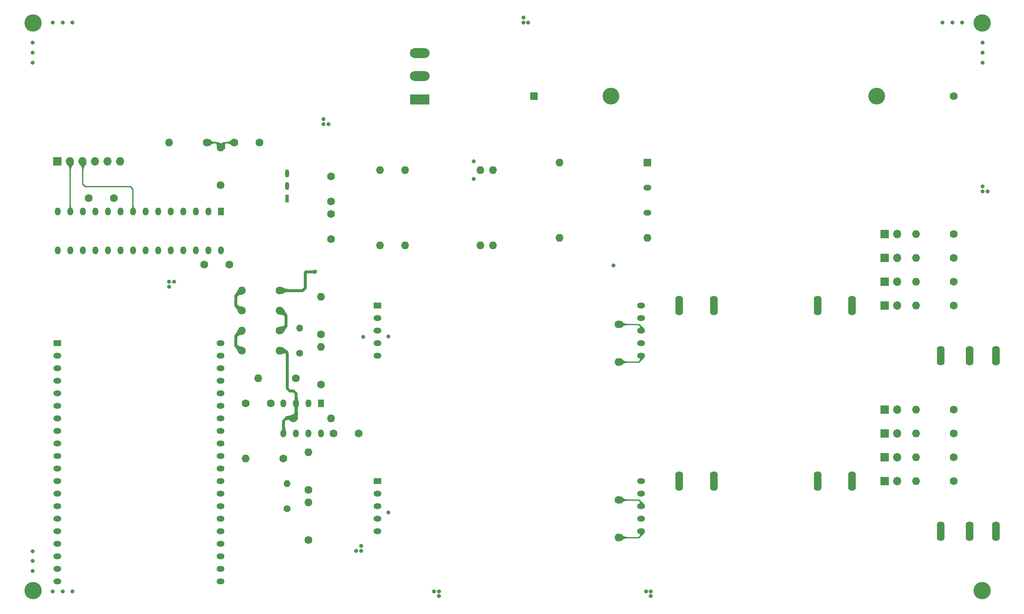
<source format=gbl>
G04 #@! TF.GenerationSoftware,KiCad,Pcbnew,(5.1.7-0-10_14)*
G04 #@! TF.CreationDate,2021-05-27T14:06:25+09:00*
G04 #@! TF.ProjectId,EiMS,45694d53-2e6b-4696-9361-645f70636258,1.0*
G04 #@! TF.SameCoordinates,Original*
G04 #@! TF.FileFunction,Copper,L4,Bot*
G04 #@! TF.FilePolarity,Positive*
%FSLAX46Y46*%
G04 Gerber Fmt 4.6, Leading zero omitted, Abs format (unit mm)*
G04 Created by KiCad (PCBNEW (5.1.7-0-10_14)) date 2021-05-27 14:06:25*
%MOMM*%
%LPD*%
G01*
G04 APERTURE LIST*
G04 #@! TA.AperFunction,ComponentPad*
%ADD10R,1.200000X1.600000*%
G04 #@! TD*
G04 #@! TA.AperFunction,ComponentPad*
%ADD11O,1.200000X1.600000*%
G04 #@! TD*
G04 #@! TA.AperFunction,ComponentPad*
%ADD12O,1.600000X1.200000*%
G04 #@! TD*
G04 #@! TA.AperFunction,ComponentPad*
%ADD13R,1.600000X1.200000*%
G04 #@! TD*
G04 #@! TA.AperFunction,ComponentPad*
%ADD14C,3.400000*%
G04 #@! TD*
G04 #@! TA.AperFunction,ComponentPad*
%ADD15C,1.600000*%
G04 #@! TD*
G04 #@! TA.AperFunction,ComponentPad*
%ADD16R,1.600000X1.600000*%
G04 #@! TD*
G04 #@! TA.AperFunction,ComponentPad*
%ADD17C,3.500000*%
G04 #@! TD*
G04 #@! TA.AperFunction,ComponentPad*
%ADD18O,1.600000X1.600000*%
G04 #@! TD*
G04 #@! TA.AperFunction,ComponentPad*
%ADD19O,1.600000X4.000000*%
G04 #@! TD*
G04 #@! TA.AperFunction,ComponentPad*
%ADD20O,1.700000X1.700000*%
G04 #@! TD*
G04 #@! TA.AperFunction,ComponentPad*
%ADD21R,1.700000X1.700000*%
G04 #@! TD*
G04 #@! TA.AperFunction,ComponentPad*
%ADD22O,0.800000X1.600000*%
G04 #@! TD*
G04 #@! TA.AperFunction,ComponentPad*
%ADD23R,0.800000X1.600000*%
G04 #@! TD*
G04 #@! TA.AperFunction,ComponentPad*
%ADD24C,1.400000*%
G04 #@! TD*
G04 #@! TA.AperFunction,ComponentPad*
%ADD25O,1.400000X1.400000*%
G04 #@! TD*
G04 #@! TA.AperFunction,ComponentPad*
%ADD26O,4.000000X2.000000*%
G04 #@! TD*
G04 #@! TA.AperFunction,ComponentPad*
%ADD27R,4.000000X2.000000*%
G04 #@! TD*
G04 #@! TA.AperFunction,ViaPad*
%ADD28C,0.800000*%
G04 #@! TD*
G04 #@! TA.AperFunction,Conductor*
%ADD29C,0.200000*%
G04 #@! TD*
G04 #@! TA.AperFunction,Conductor*
%ADD30C,0.250000*%
G04 #@! TD*
G04 #@! TA.AperFunction,Conductor*
%ADD31C,0.600000*%
G04 #@! TD*
G04 #@! TA.AperFunction,Conductor*
%ADD32C,0.025400*%
G04 #@! TD*
G04 #@! TA.AperFunction,Conductor*
%ADD33C,0.100000*%
G04 #@! TD*
G04 APERTURE END LIST*
D10*
X84986000Y-76162000D03*
D11*
X84986000Y-84036000D03*
X82446000Y-84036000D03*
X79906000Y-84036000D03*
X77366000Y-84036000D03*
X74826000Y-84036000D03*
X72286000Y-84036000D03*
X69746000Y-84036000D03*
X67206000Y-84036000D03*
X64666000Y-84036000D03*
X62126000Y-84036000D03*
X59586000Y-84036000D03*
X57046000Y-84036000D03*
X54506000Y-84036000D03*
X51966000Y-84036000D03*
X51966000Y-76162000D03*
X54506000Y-76162000D03*
X57046000Y-76162000D03*
X59586000Y-76162000D03*
X62126000Y-76162000D03*
X64666000Y-76162000D03*
X67206000Y-76162000D03*
X69746000Y-76162000D03*
X72286000Y-76162000D03*
X74826000Y-76162000D03*
X77366000Y-76162000D03*
X79906000Y-76162000D03*
X82446000Y-76162000D03*
D12*
X84976000Y-140932000D03*
X84976000Y-130772000D03*
X84976000Y-148552000D03*
X84976000Y-110452000D03*
X84976000Y-151092000D03*
X84976000Y-120612000D03*
X84976000Y-118072000D03*
X84976000Y-138392000D03*
X84976000Y-105372000D03*
X84976000Y-102832000D03*
X84976000Y-112992000D03*
X84976000Y-133312000D03*
X84976000Y-123152000D03*
X84976000Y-125692000D03*
X84976000Y-115532000D03*
X84976000Y-107912000D03*
X84976000Y-135852000D03*
X84976000Y-143472000D03*
X84976000Y-146012000D03*
X84976000Y-128232000D03*
X51956000Y-151092000D03*
X51956000Y-148552000D03*
X51956000Y-146012000D03*
X51956000Y-143472000D03*
X51956000Y-140932000D03*
X51956000Y-138392000D03*
X51956000Y-135852000D03*
X51956000Y-133312000D03*
X51956000Y-130772000D03*
X51956000Y-128232000D03*
X51956000Y-125692000D03*
X51956000Y-123152000D03*
X51956000Y-120612000D03*
X51956000Y-118072000D03*
X51956000Y-115532000D03*
X51956000Y-112992000D03*
X51956000Y-110452000D03*
X51956000Y-107912000D03*
X51956000Y-105372000D03*
D13*
X51956000Y-102832000D03*
D12*
X170066000Y-130772000D03*
X170066000Y-135852000D03*
X170066000Y-133312000D03*
X170066000Y-140932000D03*
X170066000Y-138392000D03*
X116726000Y-140932000D03*
X116726000Y-138392000D03*
X116726000Y-135852000D03*
X116726000Y-133312000D03*
D13*
X116726000Y-130772000D03*
D12*
X170066000Y-95212000D03*
X170066000Y-100292000D03*
X170066000Y-97752000D03*
X170066000Y-105372000D03*
X170066000Y-102832000D03*
X116726000Y-105372000D03*
X116726000Y-102832000D03*
X116726000Y-100292000D03*
X116726000Y-97752000D03*
D13*
X116726000Y-95212000D03*
D14*
X163962000Y-52779000D03*
X217662000Y-52779000D03*
D15*
X233312000Y-52779000D03*
D16*
X148312000Y-52779000D03*
D17*
X239000000Y-38000000D03*
X239000000Y-153000000D03*
X47000000Y-153000000D03*
X47000000Y-38000000D03*
D18*
X153556000Y-81496000D03*
X153556000Y-66256000D03*
X171336000Y-81496000D03*
D12*
X171336000Y-76416000D03*
X171336000Y-71336000D03*
D16*
X171336000Y-66256000D03*
D18*
X140032000Y-83015000D03*
X137492000Y-83015000D03*
X122252000Y-83015000D03*
X117172000Y-83015000D03*
X117172000Y-67795000D03*
X122252000Y-67795000D03*
X137492000Y-67795000D03*
X140032000Y-67795000D03*
D19*
X230614000Y-140932000D03*
X236464000Y-140932000D03*
X241814000Y-140932000D03*
D15*
X63320000Y-73434000D03*
X58240000Y-73434000D03*
X92850000Y-62192000D03*
X87770000Y-62192000D03*
X107328000Y-81750000D03*
X107328000Y-76670000D03*
X107328000Y-74130000D03*
X107328000Y-69050000D03*
X90056000Y-115024000D03*
X95136000Y-115024000D03*
X107836000Y-121120000D03*
X112916000Y-121120000D03*
X86688000Y-86896000D03*
X81608000Y-86896000D03*
D19*
X184738000Y-95212000D03*
X177738000Y-95212000D03*
X205738000Y-95212000D03*
X212738000Y-95212000D03*
X212738000Y-130772000D03*
X205738000Y-130772000D03*
X177738000Y-130772000D03*
X184738000Y-130772000D03*
D20*
X64656000Y-66002000D03*
X62116000Y-66002000D03*
X59576000Y-66002000D03*
X57036000Y-66002000D03*
X54496000Y-66002000D03*
D21*
X51956000Y-66002000D03*
D19*
X241814000Y-105372000D03*
X236464000Y-105372000D03*
X230614000Y-105372000D03*
D20*
X221882000Y-80734000D03*
D21*
X219342000Y-80734000D03*
D20*
X221882000Y-85560000D03*
D21*
X219342000Y-85560000D03*
X219342000Y-90386000D03*
D20*
X221882000Y-90386000D03*
X221882000Y-95212000D03*
D21*
X219342000Y-95212000D03*
X219342000Y-116294000D03*
D20*
X221882000Y-116294000D03*
D21*
X219342000Y-121120000D03*
D20*
X221882000Y-121120000D03*
D21*
X219342000Y-125946000D03*
D20*
X221882000Y-125946000D03*
X221882000Y-130772000D03*
D21*
X219342000Y-130772000D03*
D22*
X98438000Y-68450000D03*
X98438000Y-70990000D03*
D23*
X98438000Y-73530000D03*
D18*
X74562000Y-62192000D03*
D15*
X82182000Y-62192000D03*
D18*
X84976000Y-63208000D03*
D15*
X84976000Y-70828000D03*
D18*
X89294000Y-92164000D03*
D15*
X96914000Y-92164000D03*
X89294000Y-96228000D03*
D18*
X96914000Y-96228000D03*
X89294000Y-100292000D03*
D15*
X96914000Y-100292000D03*
X89294000Y-104356000D03*
D18*
X96914000Y-104356000D03*
X107328000Y-118072000D03*
D15*
X99708000Y-118072000D03*
D18*
X90056000Y-126200000D03*
D15*
X97676000Y-126200000D03*
D24*
X98438000Y-136360000D03*
D25*
X98438000Y-131280000D03*
D18*
X102756000Y-135090000D03*
D15*
X102756000Y-142710000D03*
X102756000Y-132550000D03*
D18*
X102756000Y-124930000D03*
D15*
X100216000Y-109944000D03*
D18*
X92596000Y-109944000D03*
D15*
X105296000Y-111214000D03*
D18*
X105296000Y-103594000D03*
D15*
X105296000Y-101054000D03*
D18*
X105296000Y-93434000D03*
D25*
X100978000Y-99784000D03*
D24*
X100978000Y-104864000D03*
D18*
X165494000Y-106642000D03*
D15*
X165494000Y-99022000D03*
D18*
X165494000Y-142202000D03*
D15*
X165494000Y-134582000D03*
X233312000Y-80734000D03*
D18*
X225692000Y-80734000D03*
X225692000Y-85560000D03*
D15*
X233312000Y-85560000D03*
X233312000Y-90386000D03*
D18*
X225692000Y-90386000D03*
X225692000Y-95212000D03*
D15*
X233312000Y-95212000D03*
X233312000Y-116294000D03*
D18*
X225692000Y-116294000D03*
D15*
X233312000Y-121120000D03*
D18*
X225692000Y-121120000D03*
X225692000Y-125946000D03*
D15*
X233312000Y-125946000D03*
X233312000Y-130772000D03*
D18*
X225692000Y-130772000D03*
D26*
X125254000Y-44079000D03*
X125254000Y-48779000D03*
D27*
X125254000Y-53479000D03*
D11*
X97676000Y-121120000D03*
X100216000Y-121120000D03*
X102756000Y-121120000D03*
X105296000Y-121120000D03*
X97676000Y-115024000D03*
X100216000Y-115024000D03*
X102756000Y-115024000D03*
D10*
X105296000Y-115024000D03*
D28*
X128100000Y-153100000D03*
X129100000Y-153100000D03*
X129100000Y-154100000D03*
X118900000Y-101500000D03*
X113800000Y-101600000D03*
X118900000Y-137100000D03*
X74494000Y-90412000D03*
X74494000Y-91400000D03*
X75500000Y-90412000D03*
X55000000Y-153100000D03*
X53000000Y-153100000D03*
X51000000Y-153100000D03*
X51000000Y-37900000D03*
X53000000Y-37900000D03*
X55000000Y-37900000D03*
X46900000Y-44000000D03*
X46900000Y-46000000D03*
X46900000Y-42000000D03*
X46900000Y-149000000D03*
X46900000Y-145000000D03*
X46900000Y-147000000D03*
X113400000Y-144900000D03*
X113400000Y-143900000D03*
X112400000Y-144900000D03*
X104036000Y-88364000D03*
X171000000Y-153100000D03*
X172000000Y-153100000D03*
X172000000Y-154100000D03*
X106800000Y-58500000D03*
X105800000Y-58500000D03*
X105800000Y-57500000D03*
X164400000Y-87100000D03*
X136200000Y-69600000D03*
X136200000Y-66000000D03*
X147200000Y-37900000D03*
X146200000Y-37900000D03*
X146200000Y-36900000D03*
X233000000Y-37900000D03*
X231000000Y-37900000D03*
X235000000Y-37900000D03*
X239100000Y-44000000D03*
X239100000Y-46000000D03*
X239100000Y-42000000D03*
X240100000Y-72100000D03*
X239100000Y-72100000D03*
X239100000Y-71100000D03*
D29*
X54496000Y-74130000D02*
X54506000Y-74140000D01*
D30*
X54496000Y-76152000D02*
X54506000Y-76162000D01*
X54496000Y-66002000D02*
X54496000Y-76152000D01*
X67196000Y-74130000D02*
X67206000Y-74140000D01*
X57544000Y-71082000D02*
X66688000Y-71082000D01*
X57036000Y-66002000D02*
X57036000Y-70574000D01*
X66688000Y-71082000D02*
X67196000Y-71590000D01*
X57036000Y-70574000D02*
X57544000Y-71082000D01*
X67196000Y-71590000D02*
X67196000Y-74130000D01*
X67196000Y-76152000D02*
X67206000Y-76162000D01*
X67196000Y-74130000D02*
X67196000Y-76152000D01*
D31*
X102010000Y-91640000D02*
X101486000Y-92164000D01*
X101486000Y-92164000D02*
X96914000Y-92164000D01*
X102010000Y-91640000D02*
X102010000Y-88510000D01*
X102156000Y-88364000D02*
X102010000Y-88510000D01*
X104036000Y-88364000D02*
X102156000Y-88364000D01*
D30*
X83960000Y-62192000D02*
X84976000Y-63208000D01*
X82182000Y-62192000D02*
X83960000Y-62192000D01*
X85992000Y-62192000D02*
X84976000Y-63208000D01*
X87770000Y-62192000D02*
X85992000Y-62192000D01*
X165494000Y-106642000D02*
X169558000Y-106642000D01*
X169558000Y-106642000D02*
X170066000Y-106134000D01*
X170066000Y-106134000D02*
X170066000Y-105372000D01*
X165494000Y-142202000D02*
X169558000Y-142202000D01*
X169558000Y-142202000D02*
X170066000Y-141694000D01*
X170066000Y-141694000D02*
X170066000Y-140932000D01*
D31*
X89294000Y-92164000D02*
X89040000Y-92164000D01*
X89040000Y-92164000D02*
X88024000Y-93180000D01*
X89294000Y-96228000D02*
X89040000Y-96228000D01*
X89040000Y-96228000D02*
X88024000Y-95212000D01*
X88024000Y-95212000D02*
X88024000Y-93180000D01*
X96914000Y-96228000D02*
X97168000Y-96228000D01*
X97168000Y-96228000D02*
X98184000Y-97244000D01*
X96914000Y-100292000D02*
X97168000Y-100292000D01*
X97168000Y-100292000D02*
X98184000Y-99276000D01*
X98184000Y-99276000D02*
X98184000Y-97244000D01*
X89294000Y-100292000D02*
X89040000Y-100292000D01*
X89040000Y-100292000D02*
X88024000Y-101308000D01*
X89294000Y-104356000D02*
X89040000Y-104356000D01*
X89040000Y-104356000D02*
X88024000Y-103340000D01*
X88024000Y-103340000D02*
X88024000Y-101308000D01*
X97676000Y-121120000D02*
X97676000Y-119088000D01*
X100216000Y-117564000D02*
X99708000Y-118072000D01*
X97168000Y-104356000D02*
X96914000Y-104356000D01*
X99708000Y-118072000D02*
X98184000Y-118072000D01*
X98184000Y-118072000D02*
X97676000Y-118580000D01*
X97676000Y-118580000D02*
X97676000Y-119088000D01*
X100216000Y-115024000D02*
X100216000Y-117564000D01*
X100216000Y-112992000D02*
X100216000Y-115024000D01*
X99708000Y-112484000D02*
X100216000Y-112992000D01*
X98946000Y-112484000D02*
X99708000Y-112484000D01*
X97930000Y-104356000D02*
X98438000Y-104864000D01*
X98438000Y-111976000D02*
X98946000Y-112484000D01*
X98438000Y-104864000D02*
X98438000Y-111976000D01*
X96914000Y-104356000D02*
X97930000Y-104356000D01*
D30*
X165494000Y-99022000D02*
X169558000Y-99022000D01*
X169558000Y-99022000D02*
X170066000Y-99530000D01*
X170066000Y-99530000D02*
X170066000Y-100292000D01*
X165494000Y-134582000D02*
X169558000Y-134582000D01*
X169558000Y-134582000D02*
X170066000Y-135090000D01*
X170066000Y-135090000D02*
X170066000Y-135852000D01*
D32*
X54614663Y-75101821D02*
X54614804Y-75103215D01*
X54632904Y-75218333D01*
X54633270Y-75219958D01*
X54661687Y-75316142D01*
X54662297Y-75317780D01*
X54699603Y-75400218D01*
X54700311Y-75401563D01*
X54745075Y-75475444D01*
X54745632Y-75476286D01*
X54796423Y-75546797D01*
X54796645Y-75547095D01*
X54851953Y-75619322D01*
X54910252Y-75698313D01*
X54970096Y-75789168D01*
X55025981Y-75889614D01*
X54510694Y-76443639D01*
X53977233Y-75907096D01*
X54030355Y-75803758D01*
X54087775Y-75710401D01*
X54144149Y-75629362D01*
X54198018Y-75555392D01*
X54198201Y-75555135D01*
X54247960Y-75483115D01*
X54248469Y-75482315D01*
X54292535Y-75407084D01*
X54293199Y-75405784D01*
X54330077Y-75322060D01*
X54330655Y-75320469D01*
X54358849Y-75222970D01*
X54359200Y-75221382D01*
X54377214Y-75104829D01*
X54377350Y-75103460D01*
X54383141Y-74974700D01*
X54608866Y-74974700D01*
X54614663Y-75101821D01*
G04 #@! TA.AperFunction,Conductor*
D33*
G36*
X54614663Y-75101821D02*
G01*
X54614804Y-75103215D01*
X54632904Y-75218333D01*
X54633270Y-75219958D01*
X54661687Y-75316142D01*
X54662297Y-75317780D01*
X54699603Y-75400218D01*
X54700311Y-75401563D01*
X54745075Y-75475444D01*
X54745632Y-75476286D01*
X54796423Y-75546797D01*
X54796645Y-75547095D01*
X54851953Y-75619322D01*
X54910252Y-75698313D01*
X54970096Y-75789168D01*
X55025981Y-75889614D01*
X54510694Y-76443639D01*
X53977233Y-75907096D01*
X54030355Y-75803758D01*
X54087775Y-75710401D01*
X54144149Y-75629362D01*
X54198018Y-75555392D01*
X54198201Y-75555135D01*
X54247960Y-75483115D01*
X54248469Y-75482315D01*
X54292535Y-75407084D01*
X54293199Y-75405784D01*
X54330077Y-75322060D01*
X54330655Y-75320469D01*
X54358849Y-75222970D01*
X54359200Y-75221382D01*
X54377214Y-75104829D01*
X54377350Y-75103460D01*
X54383141Y-74974700D01*
X54608866Y-74974700D01*
X54614663Y-75101821D01*
G37*
G04 #@! TD.AperFunction*
D32*
X55245395Y-66374601D02*
X55163642Y-66524633D01*
X55075799Y-66655595D01*
X54988440Y-66767874D01*
X54904067Y-66869335D01*
X54903915Y-66869521D01*
X54825278Y-66967807D01*
X54824706Y-66968581D01*
X54754532Y-67071388D01*
X54753722Y-67072750D01*
X54694615Y-67187928D01*
X54693874Y-67189685D01*
X54648433Y-67325086D01*
X54647970Y-67326896D01*
X54618799Y-67490370D01*
X54618619Y-67491946D01*
X54608939Y-67679300D01*
X54383061Y-67679300D01*
X54373380Y-67491946D01*
X54373200Y-67490370D01*
X54344029Y-67326896D01*
X54343566Y-67325086D01*
X54298125Y-67189685D01*
X54297384Y-67187928D01*
X54238277Y-67072750D01*
X54237467Y-67071388D01*
X54167293Y-66968581D01*
X54166721Y-66967807D01*
X54088084Y-66869521D01*
X54087932Y-66869335D01*
X54003559Y-66767874D01*
X53916200Y-66655595D01*
X53828357Y-66524633D01*
X53746605Y-66374601D01*
X54496000Y-65595322D01*
X55245395Y-66374601D01*
G04 #@! TA.AperFunction,Conductor*
D33*
G36*
X55245395Y-66374601D02*
G01*
X55163642Y-66524633D01*
X55075799Y-66655595D01*
X54988440Y-66767874D01*
X54904067Y-66869335D01*
X54903915Y-66869521D01*
X54825278Y-66967807D01*
X54824706Y-66968581D01*
X54754532Y-67071388D01*
X54753722Y-67072750D01*
X54694615Y-67187928D01*
X54693874Y-67189685D01*
X54648433Y-67325086D01*
X54647970Y-67326896D01*
X54618799Y-67490370D01*
X54618619Y-67491946D01*
X54608939Y-67679300D01*
X54383061Y-67679300D01*
X54373380Y-67491946D01*
X54373200Y-67490370D01*
X54344029Y-67326896D01*
X54343566Y-67325086D01*
X54298125Y-67189685D01*
X54297384Y-67187928D01*
X54238277Y-67072750D01*
X54237467Y-67071388D01*
X54167293Y-66968581D01*
X54166721Y-66967807D01*
X54088084Y-66869521D01*
X54087932Y-66869335D01*
X54003559Y-66767874D01*
X53916200Y-66655595D01*
X53828357Y-66524633D01*
X53746605Y-66374601D01*
X54496000Y-65595322D01*
X55245395Y-66374601D01*
G37*
G04 #@! TD.AperFunction*
D32*
X57785395Y-66374601D02*
X57703642Y-66524633D01*
X57615799Y-66655595D01*
X57528440Y-66767874D01*
X57444067Y-66869335D01*
X57443915Y-66869521D01*
X57365278Y-66967807D01*
X57364706Y-66968581D01*
X57294532Y-67071388D01*
X57293722Y-67072750D01*
X57234615Y-67187928D01*
X57233874Y-67189685D01*
X57188433Y-67325086D01*
X57187970Y-67326896D01*
X57158799Y-67490370D01*
X57158619Y-67491946D01*
X57148939Y-67679300D01*
X56923061Y-67679300D01*
X56913380Y-67491946D01*
X56913200Y-67490370D01*
X56884029Y-67326896D01*
X56883566Y-67325086D01*
X56838125Y-67189685D01*
X56837384Y-67187928D01*
X56778277Y-67072750D01*
X56777467Y-67071388D01*
X56707293Y-66968581D01*
X56706721Y-66967807D01*
X56628084Y-66869521D01*
X56627932Y-66869335D01*
X56543559Y-66767874D01*
X56456200Y-66655595D01*
X56368357Y-66524633D01*
X56286605Y-66374601D01*
X57036000Y-65595322D01*
X57785395Y-66374601D01*
G04 #@! TA.AperFunction,Conductor*
D33*
G36*
X57785395Y-66374601D02*
G01*
X57703642Y-66524633D01*
X57615799Y-66655595D01*
X57528440Y-66767874D01*
X57444067Y-66869335D01*
X57443915Y-66869521D01*
X57365278Y-66967807D01*
X57364706Y-66968581D01*
X57294532Y-67071388D01*
X57293722Y-67072750D01*
X57234615Y-67187928D01*
X57233874Y-67189685D01*
X57188433Y-67325086D01*
X57187970Y-67326896D01*
X57158799Y-67490370D01*
X57158619Y-67491946D01*
X57148939Y-67679300D01*
X56923061Y-67679300D01*
X56913380Y-67491946D01*
X56913200Y-67490370D01*
X56884029Y-67326896D01*
X56883566Y-67325086D01*
X56838125Y-67189685D01*
X56837384Y-67187928D01*
X56778277Y-67072750D01*
X56777467Y-67071388D01*
X56707293Y-66968581D01*
X56706721Y-66967807D01*
X56628084Y-66869521D01*
X56627932Y-66869335D01*
X56543559Y-66767874D01*
X56456200Y-66655595D01*
X56368357Y-66524633D01*
X56286605Y-66374601D01*
X57036000Y-65595322D01*
X57785395Y-66374601D01*
G37*
G04 #@! TD.AperFunction*
D32*
X67314663Y-75101821D02*
X67314804Y-75103215D01*
X67332904Y-75218333D01*
X67333270Y-75219958D01*
X67361687Y-75316142D01*
X67362297Y-75317780D01*
X67399603Y-75400218D01*
X67400311Y-75401563D01*
X67445075Y-75475444D01*
X67445632Y-75476286D01*
X67496423Y-75546797D01*
X67496645Y-75547095D01*
X67551953Y-75619322D01*
X67610252Y-75698313D01*
X67670096Y-75789168D01*
X67725981Y-75889614D01*
X67210694Y-76443639D01*
X66677233Y-75907096D01*
X66730355Y-75803758D01*
X66787775Y-75710401D01*
X66844149Y-75629362D01*
X66898018Y-75555392D01*
X66898201Y-75555135D01*
X66947960Y-75483115D01*
X66948469Y-75482315D01*
X66992535Y-75407084D01*
X66993199Y-75405784D01*
X67030077Y-75322060D01*
X67030655Y-75320469D01*
X67058849Y-75222970D01*
X67059200Y-75221382D01*
X67077214Y-75104829D01*
X67077350Y-75103460D01*
X67083141Y-74974700D01*
X67308866Y-74974700D01*
X67314663Y-75101821D01*
G04 #@! TA.AperFunction,Conductor*
D33*
G36*
X67314663Y-75101821D02*
G01*
X67314804Y-75103215D01*
X67332904Y-75218333D01*
X67333270Y-75219958D01*
X67361687Y-75316142D01*
X67362297Y-75317780D01*
X67399603Y-75400218D01*
X67400311Y-75401563D01*
X67445075Y-75475444D01*
X67445632Y-75476286D01*
X67496423Y-75546797D01*
X67496645Y-75547095D01*
X67551953Y-75619322D01*
X67610252Y-75698313D01*
X67670096Y-75789168D01*
X67725981Y-75889614D01*
X67210694Y-76443639D01*
X66677233Y-75907096D01*
X66730355Y-75803758D01*
X66787775Y-75710401D01*
X66844149Y-75629362D01*
X66898018Y-75555392D01*
X66898201Y-75555135D01*
X66947960Y-75483115D01*
X66948469Y-75482315D01*
X66992535Y-75407084D01*
X66993199Y-75405784D01*
X67030077Y-75322060D01*
X67030655Y-75320469D01*
X67058849Y-75222970D01*
X67059200Y-75221382D01*
X67077214Y-75104829D01*
X67077350Y-75103460D01*
X67083141Y-74974700D01*
X67308866Y-74974700D01*
X67314663Y-75101821D01*
G37*
G04 #@! TD.AperFunction*
D32*
X97394183Y-91525273D02*
X97512889Y-91590873D01*
X97619141Y-91651546D01*
X97619298Y-91651634D01*
X97718789Y-91706594D01*
X97719320Y-91706871D01*
X97817793Y-91755357D01*
X97818688Y-91755755D01*
X97921958Y-91797043D01*
X97923102Y-91797439D01*
X98036982Y-91830809D01*
X98038185Y-91831098D01*
X98168489Y-91855827D01*
X98169584Y-91855986D01*
X98322129Y-91871353D01*
X98323031Y-91871412D01*
X98491300Y-91876334D01*
X98491300Y-92451666D01*
X98323031Y-92456587D01*
X98322129Y-92456646D01*
X98169584Y-92472013D01*
X98168489Y-92472172D01*
X98038185Y-92496901D01*
X98036982Y-92497190D01*
X97923102Y-92530560D01*
X97921958Y-92530956D01*
X97818688Y-92572244D01*
X97817793Y-92572642D01*
X97719320Y-92621128D01*
X97718789Y-92621405D01*
X97619298Y-92676365D01*
X97619141Y-92676453D01*
X97512889Y-92737126D01*
X97394183Y-92802726D01*
X97264997Y-92868579D01*
X96532322Y-92164000D01*
X97264997Y-91459421D01*
X97394183Y-91525273D01*
G04 #@! TA.AperFunction,Conductor*
D33*
G36*
X97394183Y-91525273D02*
G01*
X97512889Y-91590873D01*
X97619141Y-91651546D01*
X97619298Y-91651634D01*
X97718789Y-91706594D01*
X97719320Y-91706871D01*
X97817793Y-91755357D01*
X97818688Y-91755755D01*
X97921958Y-91797043D01*
X97923102Y-91797439D01*
X98036982Y-91830809D01*
X98038185Y-91831098D01*
X98168489Y-91855827D01*
X98169584Y-91855986D01*
X98322129Y-91871353D01*
X98323031Y-91871412D01*
X98491300Y-91876334D01*
X98491300Y-92451666D01*
X98323031Y-92456587D01*
X98322129Y-92456646D01*
X98169584Y-92472013D01*
X98168489Y-92472172D01*
X98038185Y-92496901D01*
X98036982Y-92497190D01*
X97923102Y-92530560D01*
X97921958Y-92530956D01*
X97818688Y-92572244D01*
X97817793Y-92572642D01*
X97719320Y-92621128D01*
X97718789Y-92621405D01*
X97619298Y-92676365D01*
X97619141Y-92676453D01*
X97512889Y-92737126D01*
X97394183Y-92802726D01*
X97264997Y-92868579D01*
X96532322Y-92164000D01*
X97264997Y-91459421D01*
X97394183Y-91525273D01*
G37*
G04 #@! TD.AperFunction*
D32*
X104217678Y-88364000D02*
X103858925Y-88708996D01*
X103817202Y-88691002D01*
X103816108Y-88690589D01*
X103767111Y-88674624D01*
X103765999Y-88674317D01*
X103716290Y-88662986D01*
X103715277Y-88662798D01*
X103663671Y-88655366D01*
X103662849Y-88655275D01*
X103608161Y-88651006D01*
X103607570Y-88650973D01*
X103548614Y-88649130D01*
X103548247Y-88649124D01*
X103483836Y-88648972D01*
X103483663Y-88648973D01*
X103412614Y-88649775D01*
X103412592Y-88649775D01*
X103333784Y-88650796D01*
X103258700Y-88651227D01*
X103258700Y-88076773D01*
X103333784Y-88077203D01*
X103412592Y-88078224D01*
X103412614Y-88078224D01*
X103483663Y-88079026D01*
X103483836Y-88079027D01*
X103548247Y-88078875D01*
X103548614Y-88078869D01*
X103607570Y-88077026D01*
X103608161Y-88076993D01*
X103662849Y-88072724D01*
X103663671Y-88072633D01*
X103715277Y-88065201D01*
X103716290Y-88065013D01*
X103765999Y-88053682D01*
X103767111Y-88053375D01*
X103816108Y-88037410D01*
X103817202Y-88036997D01*
X103858925Y-88019004D01*
X104217678Y-88364000D01*
G04 #@! TA.AperFunction,Conductor*
D33*
G36*
X104217678Y-88364000D02*
G01*
X103858925Y-88708996D01*
X103817202Y-88691002D01*
X103816108Y-88690589D01*
X103767111Y-88674624D01*
X103765999Y-88674317D01*
X103716290Y-88662986D01*
X103715277Y-88662798D01*
X103663671Y-88655366D01*
X103662849Y-88655275D01*
X103608161Y-88651006D01*
X103607570Y-88650973D01*
X103548614Y-88649130D01*
X103548247Y-88649124D01*
X103483836Y-88648972D01*
X103483663Y-88648973D01*
X103412614Y-88649775D01*
X103412592Y-88649775D01*
X103333784Y-88650796D01*
X103258700Y-88651227D01*
X103258700Y-88076773D01*
X103333784Y-88077203D01*
X103412592Y-88078224D01*
X103412614Y-88078224D01*
X103483663Y-88079026D01*
X103483836Y-88079027D01*
X103548247Y-88078875D01*
X103548614Y-88078869D01*
X103607570Y-88077026D01*
X103608161Y-88076993D01*
X103662849Y-88072724D01*
X103663671Y-88072633D01*
X103715277Y-88065201D01*
X103716290Y-88065013D01*
X103765999Y-88053682D01*
X103767111Y-88053375D01*
X103816108Y-88037410D01*
X103817202Y-88036997D01*
X103858925Y-88019004D01*
X104217678Y-88364000D01*
G37*
G04 #@! TD.AperFunction*
D32*
X84001055Y-62084647D02*
X84172132Y-62098967D01*
X84317382Y-62121895D01*
X84444251Y-62152690D01*
X84560200Y-62190662D01*
X84672668Y-62235157D01*
X84789122Y-62285548D01*
X84916592Y-62340996D01*
X84916841Y-62341101D01*
X85062527Y-62400818D01*
X85062943Y-62400980D01*
X85226011Y-62461218D01*
X85245886Y-63477886D01*
X84230314Y-63458033D01*
X84194408Y-63311809D01*
X84179697Y-63153510D01*
X84179280Y-62995958D01*
X84184108Y-62843889D01*
X84184114Y-62843568D01*
X84185025Y-62702004D01*
X84184966Y-62700701D01*
X84172777Y-62574486D01*
X84172216Y-62571788D01*
X84137750Y-62465554D01*
X84136753Y-62463272D01*
X84135550Y-62461493D01*
X84069630Y-62379875D01*
X84067883Y-62378101D01*
X84065352Y-62376457D01*
X83958801Y-62324088D01*
X83956470Y-62323214D01*
X83954690Y-62322874D01*
X83809541Y-62305713D01*
X83809541Y-62080011D01*
X84001055Y-62084647D01*
G04 #@! TA.AperFunction,Conductor*
D33*
G36*
X84001055Y-62084647D02*
G01*
X84172132Y-62098967D01*
X84317382Y-62121895D01*
X84444251Y-62152690D01*
X84560200Y-62190662D01*
X84672668Y-62235157D01*
X84789122Y-62285548D01*
X84916592Y-62340996D01*
X84916841Y-62341101D01*
X85062527Y-62400818D01*
X85062943Y-62400980D01*
X85226011Y-62461218D01*
X85245886Y-63477886D01*
X84230314Y-63458033D01*
X84194408Y-63311809D01*
X84179697Y-63153510D01*
X84179280Y-62995958D01*
X84184108Y-62843889D01*
X84184114Y-62843568D01*
X84185025Y-62702004D01*
X84184966Y-62700701D01*
X84172777Y-62574486D01*
X84172216Y-62571788D01*
X84137750Y-62465554D01*
X84136753Y-62463272D01*
X84135550Y-62461493D01*
X84069630Y-62379875D01*
X84067883Y-62378101D01*
X84065352Y-62376457D01*
X83958801Y-62324088D01*
X83956470Y-62323214D01*
X83954690Y-62322874D01*
X83809541Y-62305713D01*
X83809541Y-62080011D01*
X84001055Y-62084647D01*
G37*
G04 #@! TD.AperFunction*
D32*
X82673001Y-61563807D02*
X82796007Y-61645761D01*
X82901621Y-61727070D01*
X82997252Y-61805502D01*
X82997450Y-61805661D01*
X83090159Y-61878647D01*
X83090940Y-61879215D01*
X83187916Y-61944268D01*
X83189273Y-61945061D01*
X83297837Y-61999801D01*
X83299577Y-62000522D01*
X83427053Y-62042568D01*
X83428836Y-62043016D01*
X83582543Y-62069989D01*
X83584093Y-62070164D01*
X83759300Y-62079071D01*
X83759300Y-62304929D01*
X83584093Y-62313835D01*
X83582543Y-62314010D01*
X83428836Y-62340983D01*
X83427053Y-62341431D01*
X83299577Y-62383477D01*
X83297837Y-62384198D01*
X83189273Y-62438938D01*
X83187916Y-62439731D01*
X83090940Y-62504784D01*
X83090159Y-62505352D01*
X82997450Y-62578338D01*
X82997252Y-62578497D01*
X82901621Y-62656929D01*
X82796007Y-62738238D01*
X82673001Y-62820192D01*
X82532813Y-62896402D01*
X81800322Y-62192000D01*
X82532813Y-61487598D01*
X82673001Y-61563807D01*
G04 #@! TA.AperFunction,Conductor*
D33*
G36*
X82673001Y-61563807D02*
G01*
X82796007Y-61645761D01*
X82901621Y-61727070D01*
X82997252Y-61805502D01*
X82997450Y-61805661D01*
X83090159Y-61878647D01*
X83090940Y-61879215D01*
X83187916Y-61944268D01*
X83189273Y-61945061D01*
X83297837Y-61999801D01*
X83299577Y-62000522D01*
X83427053Y-62042568D01*
X83428836Y-62043016D01*
X83582543Y-62069989D01*
X83584093Y-62070164D01*
X83759300Y-62079071D01*
X83759300Y-62304929D01*
X83584093Y-62313835D01*
X83582543Y-62314010D01*
X83428836Y-62340983D01*
X83427053Y-62341431D01*
X83299577Y-62383477D01*
X83297837Y-62384198D01*
X83189273Y-62438938D01*
X83187916Y-62439731D01*
X83090940Y-62504784D01*
X83090159Y-62505352D01*
X82997450Y-62578338D01*
X82997252Y-62578497D01*
X82901621Y-62656929D01*
X82796007Y-62738238D01*
X82673001Y-62820192D01*
X82532813Y-62896402D01*
X81800322Y-62192000D01*
X82532813Y-61487598D01*
X82673001Y-61563807D01*
G37*
G04 #@! TD.AperFunction*
D32*
X86142459Y-62305713D02*
X85997309Y-62322874D01*
X85994877Y-62323407D01*
X85993198Y-62324088D01*
X85886647Y-62376457D01*
X85884531Y-62377769D01*
X85882369Y-62379875D01*
X85816449Y-62461493D01*
X85815082Y-62463574D01*
X85814249Y-62465554D01*
X85779783Y-62571788D01*
X85779222Y-62574486D01*
X85767033Y-62700701D01*
X85766974Y-62702004D01*
X85767885Y-62843568D01*
X85767891Y-62843889D01*
X85772719Y-62995958D01*
X85772302Y-63153510D01*
X85757591Y-63311811D01*
X85721687Y-63458033D01*
X84706114Y-63477886D01*
X84725989Y-62461218D01*
X84889056Y-62400980D01*
X84889472Y-62400818D01*
X85035158Y-62341101D01*
X85035407Y-62340996D01*
X85162877Y-62285548D01*
X85279331Y-62235157D01*
X85391799Y-62190662D01*
X85507748Y-62152690D01*
X85634617Y-62121895D01*
X85779867Y-62098967D01*
X85950944Y-62084647D01*
X86142459Y-62080011D01*
X86142459Y-62305713D01*
G04 #@! TA.AperFunction,Conductor*
D33*
G36*
X86142459Y-62305713D02*
G01*
X85997309Y-62322874D01*
X85994877Y-62323407D01*
X85993198Y-62324088D01*
X85886647Y-62376457D01*
X85884531Y-62377769D01*
X85882369Y-62379875D01*
X85816449Y-62461493D01*
X85815082Y-62463574D01*
X85814249Y-62465554D01*
X85779783Y-62571788D01*
X85779222Y-62574486D01*
X85767033Y-62700701D01*
X85766974Y-62702004D01*
X85767885Y-62843568D01*
X85767891Y-62843889D01*
X85772719Y-62995958D01*
X85772302Y-63153510D01*
X85757591Y-63311811D01*
X85721687Y-63458033D01*
X84706114Y-63477886D01*
X84725989Y-62461218D01*
X84889056Y-62400980D01*
X84889472Y-62400818D01*
X85035158Y-62341101D01*
X85035407Y-62340996D01*
X85162877Y-62285548D01*
X85279331Y-62235157D01*
X85391799Y-62190662D01*
X85507748Y-62152690D01*
X85634617Y-62121895D01*
X85779867Y-62098967D01*
X85950944Y-62084647D01*
X86142459Y-62080011D01*
X86142459Y-62305713D01*
G37*
G04 #@! TD.AperFunction*
D32*
X88151678Y-62192000D02*
X87419187Y-62896402D01*
X87278998Y-62820192D01*
X87155992Y-62738238D01*
X87050378Y-62656929D01*
X86954747Y-62578497D01*
X86954549Y-62578338D01*
X86861840Y-62505352D01*
X86861059Y-62504784D01*
X86764083Y-62439731D01*
X86762726Y-62438938D01*
X86654162Y-62384198D01*
X86652422Y-62383477D01*
X86524946Y-62341431D01*
X86523163Y-62340983D01*
X86369456Y-62314010D01*
X86367906Y-62313835D01*
X86192700Y-62304929D01*
X86192700Y-62079071D01*
X86367906Y-62070164D01*
X86369456Y-62069989D01*
X86523163Y-62043016D01*
X86524946Y-62042568D01*
X86652422Y-62000522D01*
X86654162Y-61999801D01*
X86762726Y-61945061D01*
X86764083Y-61944268D01*
X86861059Y-61879215D01*
X86861840Y-61878647D01*
X86954549Y-61805661D01*
X86954747Y-61805502D01*
X87050378Y-61727070D01*
X87155992Y-61645761D01*
X87278998Y-61563807D01*
X87419187Y-61487598D01*
X88151678Y-62192000D01*
G04 #@! TA.AperFunction,Conductor*
D33*
G36*
X88151678Y-62192000D02*
G01*
X87419187Y-62896402D01*
X87278998Y-62820192D01*
X87155992Y-62738238D01*
X87050378Y-62656929D01*
X86954747Y-62578497D01*
X86954549Y-62578338D01*
X86861840Y-62505352D01*
X86861059Y-62504784D01*
X86764083Y-62439731D01*
X86762726Y-62438938D01*
X86654162Y-62384198D01*
X86652422Y-62383477D01*
X86524946Y-62341431D01*
X86523163Y-62340983D01*
X86369456Y-62314010D01*
X86367906Y-62313835D01*
X86192700Y-62304929D01*
X86192700Y-62079071D01*
X86367906Y-62070164D01*
X86369456Y-62069989D01*
X86523163Y-62043016D01*
X86524946Y-62042568D01*
X86652422Y-62000522D01*
X86654162Y-61999801D01*
X86762726Y-61945061D01*
X86764083Y-61944268D01*
X86861059Y-61879215D01*
X86861840Y-61878647D01*
X86954549Y-61805661D01*
X86954747Y-61805502D01*
X87050378Y-61727070D01*
X87155992Y-61645761D01*
X87278998Y-61563807D01*
X87419187Y-61487598D01*
X88151678Y-62192000D01*
G37*
G04 #@! TD.AperFunction*
D32*
X165985001Y-106013807D02*
X166108007Y-106095761D01*
X166213621Y-106177070D01*
X166309252Y-106255502D01*
X166309450Y-106255661D01*
X166402159Y-106328647D01*
X166402940Y-106329215D01*
X166499916Y-106394268D01*
X166501273Y-106395061D01*
X166609837Y-106449801D01*
X166611577Y-106450522D01*
X166739053Y-106492568D01*
X166740836Y-106493016D01*
X166894543Y-106519989D01*
X166896093Y-106520164D01*
X167071300Y-106529071D01*
X167071300Y-106754929D01*
X166896093Y-106763835D01*
X166894543Y-106764010D01*
X166740836Y-106790983D01*
X166739053Y-106791431D01*
X166611577Y-106833477D01*
X166609837Y-106834198D01*
X166501273Y-106888938D01*
X166499916Y-106889731D01*
X166402940Y-106954784D01*
X166402159Y-106955352D01*
X166309450Y-107028338D01*
X166309252Y-107028497D01*
X166213621Y-107106929D01*
X166108007Y-107188238D01*
X165985001Y-107270192D01*
X165844813Y-107346402D01*
X165112322Y-106642000D01*
X165844813Y-105937598D01*
X165985001Y-106013807D01*
G04 #@! TA.AperFunction,Conductor*
D33*
G36*
X165985001Y-106013807D02*
G01*
X166108007Y-106095761D01*
X166213621Y-106177070D01*
X166309252Y-106255502D01*
X166309450Y-106255661D01*
X166402159Y-106328647D01*
X166402940Y-106329215D01*
X166499916Y-106394268D01*
X166501273Y-106395061D01*
X166609837Y-106449801D01*
X166611577Y-106450522D01*
X166739053Y-106492568D01*
X166740836Y-106493016D01*
X166894543Y-106519989D01*
X166896093Y-106520164D01*
X167071300Y-106529071D01*
X167071300Y-106754929D01*
X166896093Y-106763835D01*
X166894543Y-106764010D01*
X166740836Y-106790983D01*
X166739053Y-106791431D01*
X166611577Y-106833477D01*
X166609837Y-106834198D01*
X166501273Y-106888938D01*
X166499916Y-106889731D01*
X166402940Y-106954784D01*
X166402159Y-106955352D01*
X166309450Y-107028338D01*
X166309252Y-107028497D01*
X166213621Y-107106929D01*
X166108007Y-107188238D01*
X165985001Y-107270192D01*
X165844813Y-107346402D01*
X165112322Y-106642000D01*
X165844813Y-105937598D01*
X165985001Y-106013807D01*
G37*
G04 #@! TD.AperFunction*
D32*
X170590575Y-105635815D02*
X170530280Y-105753879D01*
X170469901Y-105858087D01*
X170411077Y-105945647D01*
X170351342Y-106021743D01*
X170288184Y-106091549D01*
X170219153Y-106160122D01*
X170141702Y-106232608D01*
X170053607Y-106313872D01*
X170053519Y-106313954D01*
X169952421Y-106409007D01*
X169952242Y-106409179D01*
X169844777Y-106514242D01*
X169685080Y-106354545D01*
X169740662Y-106287854D01*
X169742280Y-106285373D01*
X169777831Y-106213802D01*
X169778969Y-106210328D01*
X169790927Y-106141560D01*
X169791031Y-106137925D01*
X169783259Y-106070733D01*
X169782616Y-106067957D01*
X169758977Y-106001118D01*
X169758242Y-105999437D01*
X169722598Y-105931724D01*
X169722119Y-105930892D01*
X169678334Y-105861078D01*
X169678188Y-105860851D01*
X169630198Y-105787826D01*
X169582021Y-105710621D01*
X169541577Y-105635657D01*
X170066000Y-105090322D01*
X170590575Y-105635815D01*
G04 #@! TA.AperFunction,Conductor*
D33*
G36*
X170590575Y-105635815D02*
G01*
X170530280Y-105753879D01*
X170469901Y-105858087D01*
X170411077Y-105945647D01*
X170351342Y-106021743D01*
X170288184Y-106091549D01*
X170219153Y-106160122D01*
X170141702Y-106232608D01*
X170053607Y-106313872D01*
X170053519Y-106313954D01*
X169952421Y-106409007D01*
X169952242Y-106409179D01*
X169844777Y-106514242D01*
X169685080Y-106354545D01*
X169740662Y-106287854D01*
X169742280Y-106285373D01*
X169777831Y-106213802D01*
X169778969Y-106210328D01*
X169790927Y-106141560D01*
X169791031Y-106137925D01*
X169783259Y-106070733D01*
X169782616Y-106067957D01*
X169758977Y-106001118D01*
X169758242Y-105999437D01*
X169722598Y-105931724D01*
X169722119Y-105930892D01*
X169678334Y-105861078D01*
X169678188Y-105860851D01*
X169630198Y-105787826D01*
X169582021Y-105710621D01*
X169541577Y-105635657D01*
X170066000Y-105090322D01*
X170590575Y-105635815D01*
G37*
G04 #@! TD.AperFunction*
D32*
X165985001Y-141573807D02*
X166108007Y-141655761D01*
X166213621Y-141737070D01*
X166309252Y-141815502D01*
X166309450Y-141815661D01*
X166402159Y-141888647D01*
X166402940Y-141889215D01*
X166499916Y-141954268D01*
X166501273Y-141955061D01*
X166609837Y-142009801D01*
X166611577Y-142010522D01*
X166739053Y-142052568D01*
X166740836Y-142053016D01*
X166894543Y-142079989D01*
X166896093Y-142080164D01*
X167071300Y-142089071D01*
X167071300Y-142314929D01*
X166896093Y-142323835D01*
X166894543Y-142324010D01*
X166740836Y-142350983D01*
X166739053Y-142351431D01*
X166611577Y-142393477D01*
X166609837Y-142394198D01*
X166501273Y-142448938D01*
X166499916Y-142449731D01*
X166402940Y-142514784D01*
X166402159Y-142515352D01*
X166309450Y-142588338D01*
X166309252Y-142588497D01*
X166213621Y-142666929D01*
X166108007Y-142748238D01*
X165985001Y-142830192D01*
X165844813Y-142906402D01*
X165112322Y-142202000D01*
X165844813Y-141497598D01*
X165985001Y-141573807D01*
G04 #@! TA.AperFunction,Conductor*
D33*
G36*
X165985001Y-141573807D02*
G01*
X166108007Y-141655761D01*
X166213621Y-141737070D01*
X166309252Y-141815502D01*
X166309450Y-141815661D01*
X166402159Y-141888647D01*
X166402940Y-141889215D01*
X166499916Y-141954268D01*
X166501273Y-141955061D01*
X166609837Y-142009801D01*
X166611577Y-142010522D01*
X166739053Y-142052568D01*
X166740836Y-142053016D01*
X166894543Y-142079989D01*
X166896093Y-142080164D01*
X167071300Y-142089071D01*
X167071300Y-142314929D01*
X166896093Y-142323835D01*
X166894543Y-142324010D01*
X166740836Y-142350983D01*
X166739053Y-142351431D01*
X166611577Y-142393477D01*
X166609837Y-142394198D01*
X166501273Y-142448938D01*
X166499916Y-142449731D01*
X166402940Y-142514784D01*
X166402159Y-142515352D01*
X166309450Y-142588338D01*
X166309252Y-142588497D01*
X166213621Y-142666929D01*
X166108007Y-142748238D01*
X165985001Y-142830192D01*
X165844813Y-142906402D01*
X165112322Y-142202000D01*
X165844813Y-141497598D01*
X165985001Y-141573807D01*
G37*
G04 #@! TD.AperFunction*
D32*
X170590575Y-141195815D02*
X170530280Y-141313879D01*
X170469901Y-141418087D01*
X170411077Y-141505647D01*
X170351342Y-141581743D01*
X170288184Y-141651549D01*
X170219153Y-141720122D01*
X170141702Y-141792608D01*
X170053607Y-141873872D01*
X170053519Y-141873954D01*
X169952421Y-141969007D01*
X169952242Y-141969179D01*
X169844777Y-142074242D01*
X169685080Y-141914545D01*
X169740662Y-141847854D01*
X169742280Y-141845373D01*
X169777831Y-141773802D01*
X169778969Y-141770328D01*
X169790927Y-141701560D01*
X169791031Y-141697925D01*
X169783259Y-141630733D01*
X169782616Y-141627957D01*
X169758977Y-141561118D01*
X169758242Y-141559437D01*
X169722598Y-141491724D01*
X169722119Y-141490892D01*
X169678334Y-141421078D01*
X169678188Y-141420851D01*
X169630198Y-141347826D01*
X169582021Y-141270621D01*
X169541577Y-141195657D01*
X170066000Y-140650322D01*
X170590575Y-141195815D01*
G04 #@! TA.AperFunction,Conductor*
D33*
G36*
X170590575Y-141195815D02*
G01*
X170530280Y-141313879D01*
X170469901Y-141418087D01*
X170411077Y-141505647D01*
X170351342Y-141581743D01*
X170288184Y-141651549D01*
X170219153Y-141720122D01*
X170141702Y-141792608D01*
X170053607Y-141873872D01*
X170053519Y-141873954D01*
X169952421Y-141969007D01*
X169952242Y-141969179D01*
X169844777Y-142074242D01*
X169685080Y-141914545D01*
X169740662Y-141847854D01*
X169742280Y-141845373D01*
X169777831Y-141773802D01*
X169778969Y-141770328D01*
X169790927Y-141701560D01*
X169791031Y-141697925D01*
X169783259Y-141630733D01*
X169782616Y-141627957D01*
X169758977Y-141561118D01*
X169758242Y-141559437D01*
X169722598Y-141491724D01*
X169722119Y-141490892D01*
X169678334Y-141421078D01*
X169678188Y-141420851D01*
X169630198Y-141347826D01*
X169582021Y-141270621D01*
X169541577Y-141195657D01*
X170066000Y-140650322D01*
X170590575Y-141195815D01*
G37*
G04 #@! TD.AperFunction*
D32*
X89617586Y-91961591D02*
X89370057Y-92947532D01*
X89238457Y-92959800D01*
X89112583Y-92969271D01*
X89112485Y-92969279D01*
X88998071Y-92978784D01*
X88997553Y-92978837D01*
X88891617Y-92992028D01*
X88890645Y-92992188D01*
X88790090Y-93012723D01*
X88788750Y-93013073D01*
X88690479Y-93044611D01*
X88688993Y-93045194D01*
X88589909Y-93091396D01*
X88588533Y-93092144D01*
X88485541Y-93156668D01*
X88484433Y-93157447D01*
X88374434Y-93243952D01*
X88373617Y-93244653D01*
X88262485Y-93348423D01*
X87855664Y-92941602D01*
X87983406Y-92807512D01*
X87983889Y-92806976D01*
X88092421Y-92679249D01*
X88092940Y-92678596D01*
X88179254Y-92562350D01*
X88179749Y-92561633D01*
X88249384Y-92453010D01*
X88249783Y-92452343D01*
X88308281Y-92347486D01*
X88308531Y-92347015D01*
X88361432Y-92242067D01*
X88361517Y-92241896D01*
X88414361Y-92133000D01*
X88472538Y-92016604D01*
X88541656Y-91888675D01*
X88622796Y-91752799D01*
X89617586Y-91961591D01*
G04 #@! TA.AperFunction,Conductor*
D33*
G36*
X89617586Y-91961591D02*
G01*
X89370057Y-92947532D01*
X89238457Y-92959800D01*
X89112583Y-92969271D01*
X89112485Y-92969279D01*
X88998071Y-92978784D01*
X88997553Y-92978837D01*
X88891617Y-92992028D01*
X88890645Y-92992188D01*
X88790090Y-93012723D01*
X88788750Y-93013073D01*
X88690479Y-93044611D01*
X88688993Y-93045194D01*
X88589909Y-93091396D01*
X88588533Y-93092144D01*
X88485541Y-93156668D01*
X88484433Y-93157447D01*
X88374434Y-93243952D01*
X88373617Y-93244653D01*
X88262485Y-93348423D01*
X87855664Y-92941602D01*
X87983406Y-92807512D01*
X87983889Y-92806976D01*
X88092421Y-92679249D01*
X88092940Y-92678596D01*
X88179254Y-92562350D01*
X88179749Y-92561633D01*
X88249384Y-92453010D01*
X88249783Y-92452343D01*
X88308281Y-92347486D01*
X88308531Y-92347015D01*
X88361432Y-92242067D01*
X88361517Y-92241896D01*
X88414361Y-92133000D01*
X88472538Y-92016604D01*
X88541656Y-91888675D01*
X88622796Y-91752799D01*
X89617586Y-91961591D01*
G37*
G04 #@! TD.AperFunction*
D32*
X88373618Y-95147346D02*
X88374434Y-95148047D01*
X88484433Y-95234552D01*
X88485541Y-95235331D01*
X88588533Y-95299855D01*
X88589909Y-95300603D01*
X88688993Y-95346805D01*
X88690479Y-95347388D01*
X88788750Y-95378926D01*
X88790090Y-95379276D01*
X88890645Y-95399811D01*
X88891617Y-95399971D01*
X88997553Y-95413162D01*
X88998071Y-95413215D01*
X89112485Y-95422720D01*
X89112583Y-95422728D01*
X89238457Y-95432199D01*
X89370057Y-95444468D01*
X89617586Y-96430409D01*
X88622796Y-96639201D01*
X88541657Y-96503324D01*
X88472538Y-96375395D01*
X88414345Y-96258966D01*
X88361517Y-96150103D01*
X88361432Y-96149932D01*
X88308531Y-96044984D01*
X88308281Y-96044513D01*
X88249783Y-95939656D01*
X88249384Y-95938989D01*
X88179749Y-95830366D01*
X88179254Y-95829649D01*
X88092940Y-95713403D01*
X88092421Y-95712750D01*
X87983889Y-95585023D01*
X87983406Y-95584487D01*
X87855664Y-95450398D01*
X88262486Y-95043576D01*
X88373618Y-95147346D01*
G04 #@! TA.AperFunction,Conductor*
D33*
G36*
X88373618Y-95147346D02*
G01*
X88374434Y-95148047D01*
X88484433Y-95234552D01*
X88485541Y-95235331D01*
X88588533Y-95299855D01*
X88589909Y-95300603D01*
X88688993Y-95346805D01*
X88690479Y-95347388D01*
X88788750Y-95378926D01*
X88790090Y-95379276D01*
X88890645Y-95399811D01*
X88891617Y-95399971D01*
X88997553Y-95413162D01*
X88998071Y-95413215D01*
X89112485Y-95422720D01*
X89112583Y-95422728D01*
X89238457Y-95432199D01*
X89370057Y-95444468D01*
X89617586Y-96430409D01*
X88622796Y-96639201D01*
X88541657Y-96503324D01*
X88472538Y-96375395D01*
X88414345Y-96258966D01*
X88361517Y-96150103D01*
X88361432Y-96149932D01*
X88308531Y-96044984D01*
X88308281Y-96044513D01*
X88249783Y-95939656D01*
X88249384Y-95938989D01*
X88179749Y-95830366D01*
X88179254Y-95829649D01*
X88092940Y-95713403D01*
X88092421Y-95712750D01*
X87983889Y-95585023D01*
X87983406Y-95584487D01*
X87855664Y-95450398D01*
X88262486Y-95043576D01*
X88373618Y-95147346D01*
G37*
G04 #@! TD.AperFunction*
D32*
X97666342Y-95952675D02*
X97735461Y-96080604D01*
X97793638Y-96197000D01*
X97846482Y-96305896D01*
X97846567Y-96306067D01*
X97899468Y-96411015D01*
X97899718Y-96411486D01*
X97958216Y-96516343D01*
X97958615Y-96517010D01*
X98028250Y-96625633D01*
X98028745Y-96626350D01*
X98115059Y-96742596D01*
X98115578Y-96743249D01*
X98224110Y-96870976D01*
X98224593Y-96871512D01*
X98352336Y-97005602D01*
X97945515Y-97412423D01*
X97834382Y-97308653D01*
X97833565Y-97307952D01*
X97723566Y-97221447D01*
X97722458Y-97220668D01*
X97619466Y-97156144D01*
X97618090Y-97155396D01*
X97519006Y-97109194D01*
X97517520Y-97108611D01*
X97419249Y-97077073D01*
X97417909Y-97076723D01*
X97317354Y-97056188D01*
X97316382Y-97056028D01*
X97210446Y-97042837D01*
X97209928Y-97042784D01*
X97095514Y-97033279D01*
X97095416Y-97033271D01*
X96969542Y-97023800D01*
X96837943Y-97011532D01*
X96590414Y-96025591D01*
X97585204Y-95816799D01*
X97666342Y-95952675D01*
G04 #@! TA.AperFunction,Conductor*
D33*
G36*
X97666342Y-95952675D02*
G01*
X97735461Y-96080604D01*
X97793638Y-96197000D01*
X97846482Y-96305896D01*
X97846567Y-96306067D01*
X97899468Y-96411015D01*
X97899718Y-96411486D01*
X97958216Y-96516343D01*
X97958615Y-96517010D01*
X98028250Y-96625633D01*
X98028745Y-96626350D01*
X98115059Y-96742596D01*
X98115578Y-96743249D01*
X98224110Y-96870976D01*
X98224593Y-96871512D01*
X98352336Y-97005602D01*
X97945515Y-97412423D01*
X97834382Y-97308653D01*
X97833565Y-97307952D01*
X97723566Y-97221447D01*
X97722458Y-97220668D01*
X97619466Y-97156144D01*
X97618090Y-97155396D01*
X97519006Y-97109194D01*
X97517520Y-97108611D01*
X97419249Y-97077073D01*
X97417909Y-97076723D01*
X97317354Y-97056188D01*
X97316382Y-97056028D01*
X97210446Y-97042837D01*
X97209928Y-97042784D01*
X97095514Y-97033279D01*
X97095416Y-97033271D01*
X96969542Y-97023800D01*
X96837943Y-97011532D01*
X96590414Y-96025591D01*
X97585204Y-95816799D01*
X97666342Y-95952675D01*
G37*
G04 #@! TD.AperFunction*
D32*
X98352336Y-99514398D02*
X98224593Y-99648487D01*
X98224110Y-99649023D01*
X98115578Y-99776750D01*
X98115059Y-99777403D01*
X98028745Y-99893649D01*
X98028250Y-99894366D01*
X97958615Y-100002989D01*
X97958216Y-100003656D01*
X97899718Y-100108513D01*
X97899468Y-100108984D01*
X97846567Y-100213932D01*
X97846482Y-100214103D01*
X97793654Y-100322966D01*
X97735461Y-100439395D01*
X97666342Y-100567324D01*
X97585204Y-100703201D01*
X96590414Y-100494409D01*
X96837943Y-99508468D01*
X96969542Y-99496199D01*
X97095416Y-99486728D01*
X97095514Y-99486720D01*
X97209928Y-99477215D01*
X97210446Y-99477162D01*
X97316382Y-99463971D01*
X97317354Y-99463811D01*
X97417909Y-99443276D01*
X97419249Y-99442926D01*
X97517520Y-99411388D01*
X97519006Y-99410805D01*
X97618090Y-99364603D01*
X97619466Y-99363855D01*
X97722458Y-99299331D01*
X97723566Y-99298552D01*
X97833565Y-99212047D01*
X97834381Y-99211347D01*
X97945515Y-99107577D01*
X98352336Y-99514398D01*
G04 #@! TA.AperFunction,Conductor*
D33*
G36*
X98352336Y-99514398D02*
G01*
X98224593Y-99648487D01*
X98224110Y-99649023D01*
X98115578Y-99776750D01*
X98115059Y-99777403D01*
X98028745Y-99893649D01*
X98028250Y-99894366D01*
X97958615Y-100002989D01*
X97958216Y-100003656D01*
X97899718Y-100108513D01*
X97899468Y-100108984D01*
X97846567Y-100213932D01*
X97846482Y-100214103D01*
X97793654Y-100322966D01*
X97735461Y-100439395D01*
X97666342Y-100567324D01*
X97585204Y-100703201D01*
X96590414Y-100494409D01*
X96837943Y-99508468D01*
X96969542Y-99496199D01*
X97095416Y-99486728D01*
X97095514Y-99486720D01*
X97209928Y-99477215D01*
X97210446Y-99477162D01*
X97316382Y-99463971D01*
X97317354Y-99463811D01*
X97417909Y-99443276D01*
X97419249Y-99442926D01*
X97517520Y-99411388D01*
X97519006Y-99410805D01*
X97618090Y-99364603D01*
X97619466Y-99363855D01*
X97722458Y-99299331D01*
X97723566Y-99298552D01*
X97833565Y-99212047D01*
X97834381Y-99211347D01*
X97945515Y-99107577D01*
X98352336Y-99514398D01*
G37*
G04 #@! TD.AperFunction*
D32*
X89617586Y-100089591D02*
X89370057Y-101075532D01*
X89238457Y-101087800D01*
X89112583Y-101097271D01*
X89112485Y-101097279D01*
X88998071Y-101106784D01*
X88997553Y-101106837D01*
X88891617Y-101120028D01*
X88890645Y-101120188D01*
X88790090Y-101140723D01*
X88788750Y-101141073D01*
X88690479Y-101172611D01*
X88688993Y-101173194D01*
X88589909Y-101219396D01*
X88588533Y-101220144D01*
X88485541Y-101284668D01*
X88484433Y-101285447D01*
X88374434Y-101371952D01*
X88373617Y-101372653D01*
X88262485Y-101476423D01*
X87855664Y-101069602D01*
X87983406Y-100935512D01*
X87983889Y-100934976D01*
X88092421Y-100807249D01*
X88092940Y-100806596D01*
X88179254Y-100690350D01*
X88179749Y-100689633D01*
X88249384Y-100581010D01*
X88249783Y-100580343D01*
X88308281Y-100475486D01*
X88308531Y-100475015D01*
X88361432Y-100370067D01*
X88361517Y-100369896D01*
X88414361Y-100261000D01*
X88472538Y-100144604D01*
X88541656Y-100016675D01*
X88622796Y-99880799D01*
X89617586Y-100089591D01*
G04 #@! TA.AperFunction,Conductor*
D33*
G36*
X89617586Y-100089591D02*
G01*
X89370057Y-101075532D01*
X89238457Y-101087800D01*
X89112583Y-101097271D01*
X89112485Y-101097279D01*
X88998071Y-101106784D01*
X88997553Y-101106837D01*
X88891617Y-101120028D01*
X88890645Y-101120188D01*
X88790090Y-101140723D01*
X88788750Y-101141073D01*
X88690479Y-101172611D01*
X88688993Y-101173194D01*
X88589909Y-101219396D01*
X88588533Y-101220144D01*
X88485541Y-101284668D01*
X88484433Y-101285447D01*
X88374434Y-101371952D01*
X88373617Y-101372653D01*
X88262485Y-101476423D01*
X87855664Y-101069602D01*
X87983406Y-100935512D01*
X87983889Y-100934976D01*
X88092421Y-100807249D01*
X88092940Y-100806596D01*
X88179254Y-100690350D01*
X88179749Y-100689633D01*
X88249384Y-100581010D01*
X88249783Y-100580343D01*
X88308281Y-100475486D01*
X88308531Y-100475015D01*
X88361432Y-100370067D01*
X88361517Y-100369896D01*
X88414361Y-100261000D01*
X88472538Y-100144604D01*
X88541656Y-100016675D01*
X88622796Y-99880799D01*
X89617586Y-100089591D01*
G37*
G04 #@! TD.AperFunction*
D32*
X88373618Y-103275346D02*
X88374434Y-103276047D01*
X88484433Y-103362552D01*
X88485541Y-103363331D01*
X88588533Y-103427855D01*
X88589909Y-103428603D01*
X88688993Y-103474805D01*
X88690479Y-103475388D01*
X88788750Y-103506926D01*
X88790090Y-103507276D01*
X88890645Y-103527811D01*
X88891617Y-103527971D01*
X88997553Y-103541162D01*
X88998071Y-103541215D01*
X89112485Y-103550720D01*
X89112583Y-103550728D01*
X89238457Y-103560199D01*
X89370057Y-103572468D01*
X89617586Y-104558409D01*
X88622796Y-104767201D01*
X88541657Y-104631324D01*
X88472538Y-104503395D01*
X88414345Y-104386966D01*
X88361517Y-104278103D01*
X88361432Y-104277932D01*
X88308531Y-104172984D01*
X88308281Y-104172513D01*
X88249783Y-104067656D01*
X88249384Y-104066989D01*
X88179749Y-103958366D01*
X88179254Y-103957649D01*
X88092940Y-103841403D01*
X88092421Y-103840750D01*
X87983889Y-103713023D01*
X87983406Y-103712487D01*
X87855664Y-103578398D01*
X88262486Y-103171576D01*
X88373618Y-103275346D01*
G04 #@! TA.AperFunction,Conductor*
D33*
G36*
X88373618Y-103275346D02*
G01*
X88374434Y-103276047D01*
X88484433Y-103362552D01*
X88485541Y-103363331D01*
X88588533Y-103427855D01*
X88589909Y-103428603D01*
X88688993Y-103474805D01*
X88690479Y-103475388D01*
X88788750Y-103506926D01*
X88790090Y-103507276D01*
X88890645Y-103527811D01*
X88891617Y-103527971D01*
X88997553Y-103541162D01*
X88998071Y-103541215D01*
X89112485Y-103550720D01*
X89112583Y-103550728D01*
X89238457Y-103560199D01*
X89370057Y-103572468D01*
X89617586Y-104558409D01*
X88622796Y-104767201D01*
X88541657Y-104631324D01*
X88472538Y-104503395D01*
X88414345Y-104386966D01*
X88361517Y-104278103D01*
X88361432Y-104277932D01*
X88308531Y-104172984D01*
X88308281Y-104172513D01*
X88249783Y-104067656D01*
X88249384Y-104066989D01*
X88179749Y-103958366D01*
X88179254Y-103957649D01*
X88092940Y-103841403D01*
X88092421Y-103840750D01*
X87983889Y-103713023D01*
X87983406Y-103712487D01*
X87855664Y-103578398D01*
X88262486Y-103171576D01*
X88373618Y-103275346D01*
G37*
G04 #@! TD.AperFunction*
D32*
X97965507Y-120063402D02*
X97965527Y-120063935D01*
X97972230Y-120178286D01*
X97972290Y-120178984D01*
X97983620Y-120278196D01*
X97983746Y-120279044D01*
X97999833Y-120366822D01*
X98000040Y-120367752D01*
X98021013Y-120447799D01*
X98021281Y-120448688D01*
X98047270Y-120524707D01*
X98047542Y-120525430D01*
X98078678Y-120601124D01*
X98078887Y-120601605D01*
X98115297Y-120680679D01*
X98115408Y-120680912D01*
X98157224Y-120767069D01*
X98157238Y-120767098D01*
X98200692Y-120856063D01*
X97676000Y-121401678D01*
X97151308Y-120856064D01*
X97194762Y-120767098D01*
X97194775Y-120767069D01*
X97236591Y-120680912D01*
X97236702Y-120680679D01*
X97273112Y-120601605D01*
X97273321Y-120601124D01*
X97304457Y-120525430D01*
X97304729Y-120524707D01*
X97330718Y-120448688D01*
X97330986Y-120447799D01*
X97351959Y-120367752D01*
X97352166Y-120366822D01*
X97368253Y-120279044D01*
X97368379Y-120278196D01*
X97379709Y-120178984D01*
X97379769Y-120178286D01*
X97386472Y-120063935D01*
X97386492Y-120063402D01*
X97388491Y-119942700D01*
X97963509Y-119942700D01*
X97965507Y-120063402D01*
G04 #@! TA.AperFunction,Conductor*
D33*
G36*
X97965507Y-120063402D02*
G01*
X97965527Y-120063935D01*
X97972230Y-120178286D01*
X97972290Y-120178984D01*
X97983620Y-120278196D01*
X97983746Y-120279044D01*
X97999833Y-120366822D01*
X98000040Y-120367752D01*
X98021013Y-120447799D01*
X98021281Y-120448688D01*
X98047270Y-120524707D01*
X98047542Y-120525430D01*
X98078678Y-120601124D01*
X98078887Y-120601605D01*
X98115297Y-120680679D01*
X98115408Y-120680912D01*
X98157224Y-120767069D01*
X98157238Y-120767098D01*
X98200692Y-120856063D01*
X97676000Y-121401678D01*
X97151308Y-120856064D01*
X97194762Y-120767098D01*
X97194775Y-120767069D01*
X97236591Y-120680912D01*
X97236702Y-120680679D01*
X97273112Y-120601605D01*
X97273321Y-120601124D01*
X97304457Y-120525430D01*
X97304729Y-120524707D01*
X97330718Y-120448688D01*
X97330986Y-120447799D01*
X97351959Y-120367752D01*
X97352166Y-120366822D01*
X97368253Y-120279044D01*
X97368379Y-120278196D01*
X97379709Y-120178984D01*
X97379769Y-120178286D01*
X97386472Y-120063935D01*
X97386492Y-120063402D01*
X97388491Y-119942700D01*
X97963509Y-119942700D01*
X97965507Y-120063402D01*
G37*
G04 #@! TD.AperFunction*
D32*
X100089678Y-118072000D02*
X99357526Y-118776076D01*
X99246522Y-118708726D01*
X99138183Y-118619233D01*
X99037412Y-118520617D01*
X98942014Y-118421844D01*
X98941740Y-118421569D01*
X98849491Y-118331723D01*
X98848482Y-118330839D01*
X98757050Y-118258923D01*
X98754738Y-118257477D01*
X98661660Y-118212357D01*
X98659324Y-118211496D01*
X98657350Y-118211145D01*
X98560164Y-118201688D01*
X98557674Y-118201691D01*
X98554867Y-118202297D01*
X98451112Y-118237370D01*
X98448843Y-118238394D01*
X98447341Y-118239408D01*
X98343410Y-118320931D01*
X97936598Y-117914119D01*
X98083437Y-117782655D01*
X98228288Y-117683393D01*
X98364860Y-117616458D01*
X98496548Y-117573525D01*
X98626744Y-117546433D01*
X98758761Y-117527086D01*
X98895329Y-117507398D01*
X98895958Y-117507291D01*
X99039836Y-117479107D01*
X99040943Y-117478838D01*
X99195176Y-117433962D01*
X99196507Y-117433493D01*
X99356484Y-117366922D01*
X100089678Y-118072000D01*
G04 #@! TA.AperFunction,Conductor*
D33*
G36*
X100089678Y-118072000D02*
G01*
X99357526Y-118776076D01*
X99246522Y-118708726D01*
X99138183Y-118619233D01*
X99037412Y-118520617D01*
X98942014Y-118421844D01*
X98941740Y-118421569D01*
X98849491Y-118331723D01*
X98848482Y-118330839D01*
X98757050Y-118258923D01*
X98754738Y-118257477D01*
X98661660Y-118212357D01*
X98659324Y-118211496D01*
X98657350Y-118211145D01*
X98560164Y-118201688D01*
X98557674Y-118201691D01*
X98554867Y-118202297D01*
X98451112Y-118237370D01*
X98448843Y-118238394D01*
X98447341Y-118239408D01*
X98343410Y-118320931D01*
X97936598Y-117914119D01*
X98083437Y-117782655D01*
X98228288Y-117683393D01*
X98364860Y-117616458D01*
X98496548Y-117573525D01*
X98626744Y-117546433D01*
X98758761Y-117527086D01*
X98895329Y-117507398D01*
X98895958Y-117507291D01*
X99039836Y-117479107D01*
X99040943Y-117478838D01*
X99195176Y-117433962D01*
X99196507Y-117433493D01*
X99356484Y-117366922D01*
X100089678Y-118072000D01*
G37*
G04 #@! TD.AperFunction*
D32*
X100506638Y-116867092D02*
X100506649Y-116867462D01*
X100515049Y-117057864D01*
X100515065Y-117058153D01*
X100526110Y-117223082D01*
X100526119Y-117223207D01*
X100537392Y-117369689D01*
X100546450Y-117504395D01*
X100550908Y-117634542D01*
X100548374Y-117767089D01*
X100536450Y-117909231D01*
X100512711Y-118068120D01*
X100476505Y-118242231D01*
X99467958Y-118368745D01*
X99380935Y-117355761D01*
X99470759Y-117313108D01*
X99471037Y-117312972D01*
X99560548Y-117267760D01*
X99561153Y-117267433D01*
X99641917Y-117220985D01*
X99642875Y-117220376D01*
X99714414Y-117170237D01*
X99715674Y-117169229D01*
X99777513Y-117112943D01*
X99778899Y-117111462D01*
X99830563Y-117046575D01*
X99831803Y-117044699D01*
X99872814Y-116968755D01*
X99873685Y-116966744D01*
X99903568Y-116877289D01*
X99904035Y-116875435D01*
X99922314Y-116770013D01*
X99922485Y-116768478D01*
X99928080Y-116656700D01*
X100503488Y-116656700D01*
X100506638Y-116867092D01*
G04 #@! TA.AperFunction,Conductor*
D33*
G36*
X100506638Y-116867092D02*
G01*
X100506649Y-116867462D01*
X100515049Y-117057864D01*
X100515065Y-117058153D01*
X100526110Y-117223082D01*
X100526119Y-117223207D01*
X100537392Y-117369689D01*
X100546450Y-117504395D01*
X100550908Y-117634542D01*
X100548374Y-117767089D01*
X100536450Y-117909231D01*
X100512711Y-118068120D01*
X100476505Y-118242231D01*
X99467958Y-118368745D01*
X99380935Y-117355761D01*
X99470759Y-117313108D01*
X99471037Y-117312972D01*
X99560548Y-117267760D01*
X99561153Y-117267433D01*
X99641917Y-117220985D01*
X99642875Y-117220376D01*
X99714414Y-117170237D01*
X99715674Y-117169229D01*
X99777513Y-117112943D01*
X99778899Y-117111462D01*
X99830563Y-117046575D01*
X99831803Y-117044699D01*
X99872814Y-116968755D01*
X99873685Y-116966744D01*
X99903568Y-116877289D01*
X99904035Y-116875435D01*
X99922314Y-116770013D01*
X99922485Y-116768478D01*
X99928080Y-116656700D01*
X100503488Y-116656700D01*
X100506638Y-116867092D01*
G37*
G04 #@! TD.AperFunction*
D32*
X100740692Y-115287937D02*
X100697238Y-115376901D01*
X100697224Y-115376930D01*
X100655408Y-115463087D01*
X100655297Y-115463320D01*
X100618887Y-115542394D01*
X100618678Y-115542875D01*
X100587542Y-115618569D01*
X100587270Y-115619292D01*
X100561281Y-115695311D01*
X100561013Y-115696200D01*
X100540040Y-115776247D01*
X100539833Y-115777177D01*
X100523746Y-115864955D01*
X100523620Y-115865803D01*
X100512290Y-115965015D01*
X100512230Y-115965713D01*
X100505527Y-116080064D01*
X100505507Y-116080597D01*
X100503509Y-116201300D01*
X99928491Y-116201300D01*
X99926492Y-116080597D01*
X99926472Y-116080064D01*
X99919769Y-115965713D01*
X99919709Y-115965015D01*
X99908379Y-115865803D01*
X99908253Y-115864955D01*
X99892166Y-115777177D01*
X99891959Y-115776247D01*
X99870986Y-115696200D01*
X99870718Y-115695311D01*
X99844729Y-115619292D01*
X99844457Y-115618569D01*
X99813321Y-115542875D01*
X99813112Y-115542394D01*
X99776702Y-115463320D01*
X99776591Y-115463087D01*
X99734775Y-115376930D01*
X99734762Y-115376901D01*
X99691308Y-115287936D01*
X100216000Y-114742322D01*
X100740692Y-115287937D01*
G04 #@! TA.AperFunction,Conductor*
D33*
G36*
X100740692Y-115287937D02*
G01*
X100697238Y-115376901D01*
X100697224Y-115376930D01*
X100655408Y-115463087D01*
X100655297Y-115463320D01*
X100618887Y-115542394D01*
X100618678Y-115542875D01*
X100587542Y-115618569D01*
X100587270Y-115619292D01*
X100561281Y-115695311D01*
X100561013Y-115696200D01*
X100540040Y-115776247D01*
X100539833Y-115777177D01*
X100523746Y-115864955D01*
X100523620Y-115865803D01*
X100512290Y-115965015D01*
X100512230Y-115965713D01*
X100505527Y-116080064D01*
X100505507Y-116080597D01*
X100503509Y-116201300D01*
X99928491Y-116201300D01*
X99926492Y-116080597D01*
X99926472Y-116080064D01*
X99919769Y-115965713D01*
X99919709Y-115965015D01*
X99908379Y-115865803D01*
X99908253Y-115864955D01*
X99892166Y-115777177D01*
X99891959Y-115776247D01*
X99870986Y-115696200D01*
X99870718Y-115695311D01*
X99844729Y-115619292D01*
X99844457Y-115618569D01*
X99813321Y-115542875D01*
X99813112Y-115542394D01*
X99776702Y-115463320D01*
X99776591Y-115463087D01*
X99734775Y-115376930D01*
X99734762Y-115376901D01*
X99691308Y-115287936D01*
X100216000Y-114742322D01*
X100740692Y-115287937D01*
G37*
G04 #@! TD.AperFunction*
D32*
X100505507Y-113967402D02*
X100505527Y-113967935D01*
X100512230Y-114082286D01*
X100512290Y-114082984D01*
X100523620Y-114182196D01*
X100523746Y-114183044D01*
X100539833Y-114270822D01*
X100540040Y-114271752D01*
X100561013Y-114351799D01*
X100561281Y-114352688D01*
X100587270Y-114428707D01*
X100587542Y-114429430D01*
X100618678Y-114505124D01*
X100618887Y-114505605D01*
X100655297Y-114584679D01*
X100655408Y-114584912D01*
X100697224Y-114671069D01*
X100697238Y-114671098D01*
X100740692Y-114760063D01*
X100216000Y-115305678D01*
X99691308Y-114760064D01*
X99734762Y-114671098D01*
X99734775Y-114671069D01*
X99776591Y-114584912D01*
X99776702Y-114584679D01*
X99813112Y-114505605D01*
X99813321Y-114505124D01*
X99844457Y-114429430D01*
X99844729Y-114428707D01*
X99870718Y-114352688D01*
X99870986Y-114351799D01*
X99891959Y-114271752D01*
X99892166Y-114270822D01*
X99908253Y-114183044D01*
X99908379Y-114182196D01*
X99919709Y-114082984D01*
X99919769Y-114082286D01*
X99926472Y-113967935D01*
X99926492Y-113967402D01*
X99928491Y-113846700D01*
X100503509Y-113846700D01*
X100505507Y-113967402D01*
G04 #@! TA.AperFunction,Conductor*
D33*
G36*
X100505507Y-113967402D02*
G01*
X100505527Y-113967935D01*
X100512230Y-114082286D01*
X100512290Y-114082984D01*
X100523620Y-114182196D01*
X100523746Y-114183044D01*
X100539833Y-114270822D01*
X100540040Y-114271752D01*
X100561013Y-114351799D01*
X100561281Y-114352688D01*
X100587270Y-114428707D01*
X100587542Y-114429430D01*
X100618678Y-114505124D01*
X100618887Y-114505605D01*
X100655297Y-114584679D01*
X100655408Y-114584912D01*
X100697224Y-114671069D01*
X100697238Y-114671098D01*
X100740692Y-114760063D01*
X100216000Y-115305678D01*
X99691308Y-114760064D01*
X99734762Y-114671098D01*
X99734775Y-114671069D01*
X99776591Y-114584912D01*
X99776702Y-114584679D01*
X99813112Y-114505605D01*
X99813321Y-114505124D01*
X99844457Y-114429430D01*
X99844729Y-114428707D01*
X99870718Y-114352688D01*
X99870986Y-114351799D01*
X99891959Y-114271752D01*
X99892166Y-114270822D01*
X99908253Y-114183044D01*
X99908379Y-114182196D01*
X99919709Y-114082984D01*
X99919769Y-114082286D01*
X99926472Y-113967935D01*
X99926492Y-113967402D01*
X99928491Y-113846700D01*
X100503509Y-113846700D01*
X100505507Y-113967402D01*
G37*
G04 #@! TD.AperFunction*
D32*
X97423866Y-103728607D02*
X97567771Y-103800749D01*
X97694156Y-103868063D01*
X97808492Y-103934854D01*
X97916191Y-104005391D01*
X98022734Y-104084003D01*
X98133624Y-104175063D01*
X98254199Y-104282830D01*
X98389943Y-104411689D01*
X98537062Y-104556878D01*
X98130110Y-104963830D01*
X98048611Y-104894710D01*
X98046483Y-104893249D01*
X97959749Y-104845898D01*
X97956854Y-104844752D01*
X97872727Y-104822915D01*
X97869558Y-104822508D01*
X97786954Y-104822368D01*
X97784252Y-104822654D01*
X97702090Y-104840392D01*
X97700217Y-104840950D01*
X97617414Y-104872746D01*
X97616312Y-104873231D01*
X97531787Y-104915268D01*
X97531280Y-104915534D01*
X97443950Y-104963991D01*
X97443909Y-104964014D01*
X97352872Y-105014974D01*
X97264951Y-105060535D01*
X96532322Y-104356000D01*
X97265123Y-103651300D01*
X97423866Y-103728607D01*
G04 #@! TA.AperFunction,Conductor*
D33*
G36*
X97423866Y-103728607D02*
G01*
X97567771Y-103800749D01*
X97694156Y-103868063D01*
X97808492Y-103934854D01*
X97916191Y-104005391D01*
X98022734Y-104084003D01*
X98133624Y-104175063D01*
X98254199Y-104282830D01*
X98389943Y-104411689D01*
X98537062Y-104556878D01*
X98130110Y-104963830D01*
X98048611Y-104894710D01*
X98046483Y-104893249D01*
X97959749Y-104845898D01*
X97956854Y-104844752D01*
X97872727Y-104822915D01*
X97869558Y-104822508D01*
X97786954Y-104822368D01*
X97784252Y-104822654D01*
X97702090Y-104840392D01*
X97700217Y-104840950D01*
X97617414Y-104872746D01*
X97616312Y-104873231D01*
X97531787Y-104915268D01*
X97531280Y-104915534D01*
X97443950Y-104963991D01*
X97443909Y-104964014D01*
X97352872Y-105014974D01*
X97264951Y-105060535D01*
X96532322Y-104356000D01*
X97265123Y-103651300D01*
X97423866Y-103728607D01*
G37*
G04 #@! TD.AperFunction*
D32*
X165985001Y-98393807D02*
X166108007Y-98475761D01*
X166213621Y-98557070D01*
X166309252Y-98635502D01*
X166309450Y-98635661D01*
X166402159Y-98708647D01*
X166402940Y-98709215D01*
X166499916Y-98774268D01*
X166501273Y-98775061D01*
X166609837Y-98829801D01*
X166611577Y-98830522D01*
X166739053Y-98872568D01*
X166740836Y-98873016D01*
X166894543Y-98899989D01*
X166896093Y-98900164D01*
X167071300Y-98909071D01*
X167071300Y-99134929D01*
X166896093Y-99143835D01*
X166894543Y-99144010D01*
X166740836Y-99170983D01*
X166739053Y-99171431D01*
X166611577Y-99213477D01*
X166609837Y-99214198D01*
X166501273Y-99268938D01*
X166499916Y-99269731D01*
X166402940Y-99334784D01*
X166402159Y-99335352D01*
X166309450Y-99408338D01*
X166309252Y-99408497D01*
X166213621Y-99486929D01*
X166108007Y-99568238D01*
X165985001Y-99650192D01*
X165844813Y-99726402D01*
X165112322Y-99022000D01*
X165844813Y-98317598D01*
X165985001Y-98393807D01*
G04 #@! TA.AperFunction,Conductor*
D33*
G36*
X165985001Y-98393807D02*
G01*
X166108007Y-98475761D01*
X166213621Y-98557070D01*
X166309252Y-98635502D01*
X166309450Y-98635661D01*
X166402159Y-98708647D01*
X166402940Y-98709215D01*
X166499916Y-98774268D01*
X166501273Y-98775061D01*
X166609837Y-98829801D01*
X166611577Y-98830522D01*
X166739053Y-98872568D01*
X166740836Y-98873016D01*
X166894543Y-98899989D01*
X166896093Y-98900164D01*
X167071300Y-98909071D01*
X167071300Y-99134929D01*
X166896093Y-99143835D01*
X166894543Y-99144010D01*
X166740836Y-99170983D01*
X166739053Y-99171431D01*
X166611577Y-99213477D01*
X166609837Y-99214198D01*
X166501273Y-99268938D01*
X166499916Y-99269731D01*
X166402940Y-99334784D01*
X166402159Y-99335352D01*
X166309450Y-99408338D01*
X166309252Y-99408497D01*
X166213621Y-99486929D01*
X166108007Y-99568238D01*
X165985001Y-99650192D01*
X165844813Y-99726402D01*
X165112322Y-99022000D01*
X165844813Y-98317598D01*
X165985001Y-98393807D01*
G37*
G04 #@! TD.AperFunction*
D32*
X169952242Y-99254820D02*
X169952421Y-99254992D01*
X170053519Y-99350045D01*
X170053607Y-99350127D01*
X170141687Y-99431377D01*
X170219153Y-99503877D01*
X170288184Y-99572450D01*
X170351342Y-99642256D01*
X170411077Y-99718352D01*
X170469901Y-99805912D01*
X170530280Y-99910120D01*
X170590575Y-100028185D01*
X170066000Y-100573678D01*
X169541576Y-100028343D01*
X169582021Y-99953378D01*
X169630198Y-99876173D01*
X169678188Y-99803148D01*
X169678334Y-99802921D01*
X169722119Y-99733107D01*
X169722598Y-99732275D01*
X169758242Y-99664562D01*
X169758977Y-99662881D01*
X169782616Y-99596042D01*
X169783259Y-99593266D01*
X169791031Y-99526074D01*
X169790927Y-99522439D01*
X169778969Y-99453671D01*
X169777831Y-99450197D01*
X169742280Y-99378626D01*
X169740662Y-99376145D01*
X169685080Y-99309455D01*
X169844777Y-99149758D01*
X169952242Y-99254820D01*
G04 #@! TA.AperFunction,Conductor*
D33*
G36*
X169952242Y-99254820D02*
G01*
X169952421Y-99254992D01*
X170053519Y-99350045D01*
X170053607Y-99350127D01*
X170141687Y-99431377D01*
X170219153Y-99503877D01*
X170288184Y-99572450D01*
X170351342Y-99642256D01*
X170411077Y-99718352D01*
X170469901Y-99805912D01*
X170530280Y-99910120D01*
X170590575Y-100028185D01*
X170066000Y-100573678D01*
X169541576Y-100028343D01*
X169582021Y-99953378D01*
X169630198Y-99876173D01*
X169678188Y-99803148D01*
X169678334Y-99802921D01*
X169722119Y-99733107D01*
X169722598Y-99732275D01*
X169758242Y-99664562D01*
X169758977Y-99662881D01*
X169782616Y-99596042D01*
X169783259Y-99593266D01*
X169791031Y-99526074D01*
X169790927Y-99522439D01*
X169778969Y-99453671D01*
X169777831Y-99450197D01*
X169742280Y-99378626D01*
X169740662Y-99376145D01*
X169685080Y-99309455D01*
X169844777Y-99149758D01*
X169952242Y-99254820D01*
G37*
G04 #@! TD.AperFunction*
D32*
X165985001Y-133953807D02*
X166108007Y-134035761D01*
X166213621Y-134117070D01*
X166309252Y-134195502D01*
X166309450Y-134195661D01*
X166402159Y-134268647D01*
X166402940Y-134269215D01*
X166499916Y-134334268D01*
X166501273Y-134335061D01*
X166609837Y-134389801D01*
X166611577Y-134390522D01*
X166739053Y-134432568D01*
X166740836Y-134433016D01*
X166894543Y-134459989D01*
X166896093Y-134460164D01*
X167071300Y-134469071D01*
X167071300Y-134694929D01*
X166896093Y-134703835D01*
X166894543Y-134704010D01*
X166740836Y-134730983D01*
X166739053Y-134731431D01*
X166611577Y-134773477D01*
X166609837Y-134774198D01*
X166501273Y-134828938D01*
X166499916Y-134829731D01*
X166402940Y-134894784D01*
X166402159Y-134895352D01*
X166309450Y-134968338D01*
X166309252Y-134968497D01*
X166213621Y-135046929D01*
X166108007Y-135128238D01*
X165985001Y-135210192D01*
X165844813Y-135286402D01*
X165112322Y-134582000D01*
X165844813Y-133877598D01*
X165985001Y-133953807D01*
G04 #@! TA.AperFunction,Conductor*
D33*
G36*
X165985001Y-133953807D02*
G01*
X166108007Y-134035761D01*
X166213621Y-134117070D01*
X166309252Y-134195502D01*
X166309450Y-134195661D01*
X166402159Y-134268647D01*
X166402940Y-134269215D01*
X166499916Y-134334268D01*
X166501273Y-134335061D01*
X166609837Y-134389801D01*
X166611577Y-134390522D01*
X166739053Y-134432568D01*
X166740836Y-134433016D01*
X166894543Y-134459989D01*
X166896093Y-134460164D01*
X167071300Y-134469071D01*
X167071300Y-134694929D01*
X166896093Y-134703835D01*
X166894543Y-134704010D01*
X166740836Y-134730983D01*
X166739053Y-134731431D01*
X166611577Y-134773477D01*
X166609837Y-134774198D01*
X166501273Y-134828938D01*
X166499916Y-134829731D01*
X166402940Y-134894784D01*
X166402159Y-134895352D01*
X166309450Y-134968338D01*
X166309252Y-134968497D01*
X166213621Y-135046929D01*
X166108007Y-135128238D01*
X165985001Y-135210192D01*
X165844813Y-135286402D01*
X165112322Y-134582000D01*
X165844813Y-133877598D01*
X165985001Y-133953807D01*
G37*
G04 #@! TD.AperFunction*
D32*
X169952242Y-134814820D02*
X169952421Y-134814992D01*
X170053519Y-134910045D01*
X170053607Y-134910127D01*
X170141687Y-134991377D01*
X170219153Y-135063877D01*
X170288184Y-135132450D01*
X170351342Y-135202256D01*
X170411077Y-135278352D01*
X170469901Y-135365912D01*
X170530280Y-135470120D01*
X170590575Y-135588185D01*
X170066000Y-136133678D01*
X169541576Y-135588343D01*
X169582021Y-135513378D01*
X169630198Y-135436173D01*
X169678188Y-135363148D01*
X169678334Y-135362921D01*
X169722119Y-135293107D01*
X169722598Y-135292275D01*
X169758242Y-135224562D01*
X169758977Y-135222881D01*
X169782616Y-135156042D01*
X169783259Y-135153266D01*
X169791031Y-135086074D01*
X169790927Y-135082439D01*
X169778969Y-135013671D01*
X169777831Y-135010197D01*
X169742280Y-134938626D01*
X169740662Y-134936145D01*
X169685080Y-134869455D01*
X169844777Y-134709758D01*
X169952242Y-134814820D01*
G04 #@! TA.AperFunction,Conductor*
D33*
G36*
X169952242Y-134814820D02*
G01*
X169952421Y-134814992D01*
X170053519Y-134910045D01*
X170053607Y-134910127D01*
X170141687Y-134991377D01*
X170219153Y-135063877D01*
X170288184Y-135132450D01*
X170351342Y-135202256D01*
X170411077Y-135278352D01*
X170469901Y-135365912D01*
X170530280Y-135470120D01*
X170590575Y-135588185D01*
X170066000Y-136133678D01*
X169541576Y-135588343D01*
X169582021Y-135513378D01*
X169630198Y-135436173D01*
X169678188Y-135363148D01*
X169678334Y-135362921D01*
X169722119Y-135293107D01*
X169722598Y-135292275D01*
X169758242Y-135224562D01*
X169758977Y-135222881D01*
X169782616Y-135156042D01*
X169783259Y-135153266D01*
X169791031Y-135086074D01*
X169790927Y-135082439D01*
X169778969Y-135013671D01*
X169777831Y-135010197D01*
X169742280Y-134938626D01*
X169740662Y-134936145D01*
X169685080Y-134869455D01*
X169844777Y-134709758D01*
X169952242Y-134814820D01*
G37*
G04 #@! TD.AperFunction*
M02*

</source>
